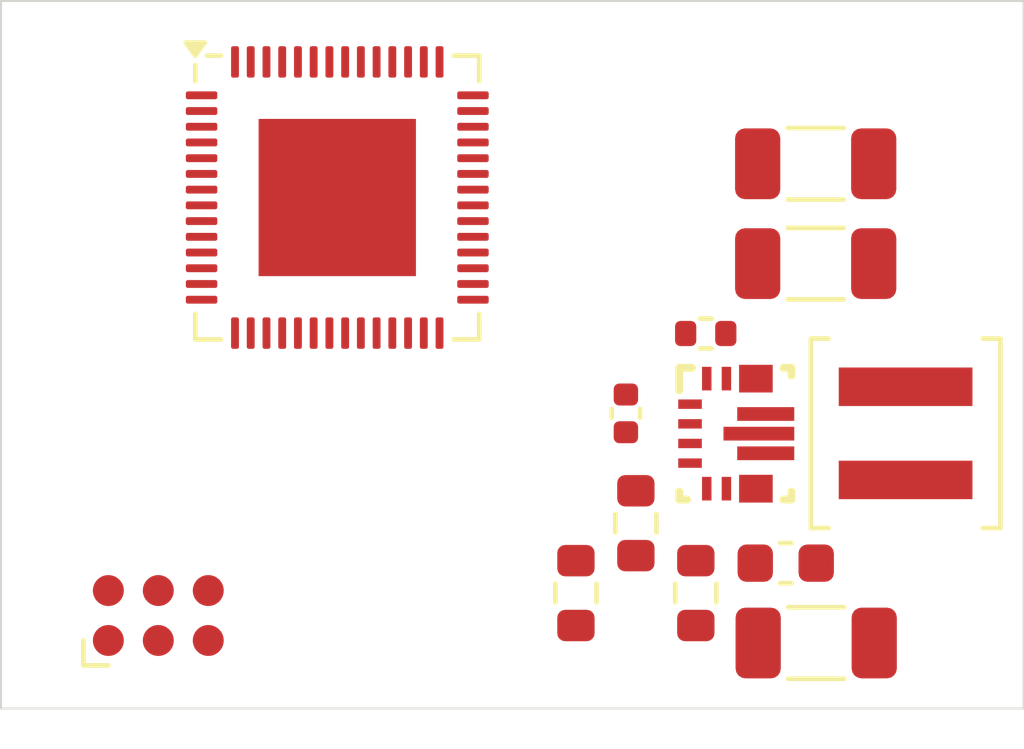
<source format=kicad_pcb>
(kicad_pcb (version 20240108) (generator "pcbnew") (generator_version "8.0")
  (layers (0 "F.Cu" signal) (31 "B.Cu" signal) (34 "B.Paste" user) (35 "F.Paste" user) (36 "B.SilkS" user "B.Silkscreen") (37 "F.SilkS" user "F.Silkscreen") (38 "B.Mask" user) (39 "F.Mask" user) (44 "Edge.Cuts" user))
  (net 0 "")
  (net 1 "VBUS")
  (net 2 "GND")
  (net 3 "Net-(U2-VAUX)")
  (net 4 "+3V3")
  (net 11 "Net-(U2-L1)")
  (net 12 "Net-(U2-L2)")
  (net 13 "Net-(U2-EN)")
  (net 14 "Net-(U2-FB)")
  (net 15 "Net-(U2-PG)")
  (net 24 "Net-(U1-VDDA-Pad55)")
  (net 63 "Net-(U1-VDD3P3-Pad2)")
  (footprint "Resistor_SMD:R_0603_1608Metric" (layer "F.Cu") (at 200.142 55.286 90)
    (property "Reference" "R3" (hide yes))
    (property "Value" "150K")
    (fp_line (start -0.237258 -0.5225) (end 0.237258 -0.5225) (stroke (width 0.12)) (layer "F.SilkS"))
    (fp_line (start -0.237258 0.5225) (end 0.237258 0.5225) (stroke (width 0.12)) (layer "F.SilkS"))
    (pad "1" smd roundrect (at -0.825 0 90) (size 0.8 0.95) (layers "F.Cu" "F.Paste" "F.Mask") (net 14 "Net-(U2-FB)"))
    (pad "2" smd roundrect (at 0.825 0 90) (size 0.8 0.95) (layers "F.Cu" "F.Paste" "F.Mask") (net 2 "GND"))
  )
  (footprint "Resistor_SMD:R_0603_1608Metric" (layer "F.Cu") (at 198.618 57.064 90)
    (property "Reference" "R4" (hide yes))
    (property "Value" "100K")
    (fp_line (start -0.237258 -0.5225) (end 0.237258 -0.5225) (stroke (width 0.12)) (layer "F.SilkS"))
    (fp_line (start -0.237258 0.5225) (end 0.237258 0.5225) (stroke (width 0.12)) (layer "F.SilkS"))
    (pad "1" smd roundrect (at -0.825 0 90) (size 0.8 0.95) (layers "F.Cu" "F.Paste" "F.Mask") (net 4 "+3V3"))
    (pad "2" smd roundrect (at 0.825 0 90) (size 0.8 0.95) (layers "F.Cu" "F.Paste" "F.Mask") (net 15 "Net-(U2-PG)"))
  )
  (footprint "Capacitor_SMD:C_1206_3216Metric" (layer "F.Cu") (at 204.714 46.142)
    (property "Reference" "C2" (hide yes))
    (property "Value" "22uF")
    (fp_line (start -0.711252 -0.91) (end 0.711252 -0.91) (stroke (width 0.12)) (layer "F.SilkS"))
    (fp_line (start -0.711252 0.91) (end 0.711252 0.91) (stroke (width 0.12)) (layer "F.SilkS"))
    (pad "1" smd roundrect (at -1.475 0) (size 1.15 1.8) (layers "F.Cu" "F.Paste" "F.Mask") (roundrect_rratio 0.217391) (net 1 "VBUS"))
    (pad "2" smd roundrect (at 1.475 0) (size 1.15 1.8) (layers "F.Cu" "F.Paste" "F.Mask") (roundrect_rratio 0.217391) (net 2 "GND"))
  )
  (footprint "TI:RNM0015A" (layer "F.Cu") (at 202.669 53.008001)
    (property "Reference" "U2" (hide yes))
    (property "Value" "TPS63070RNMR")
    (fp_line (start -1.425001 -1.675) (end -1.1 -1.675) (stroke (width 0.2)) (layer "F.SilkS"))
    (fp_line (start -1.425001 -1.1) (end -1.425001 -1.675) (stroke (width 0.2)) (layer "F.SilkS"))
    (fp_line (start -1.425001 1.675) (end -1.425001 1.474998) (stroke (width 0.2)) (layer "F.SilkS"))
    (fp_line (start -1.425001 1.675) (end -1.224999 1.675) (stroke (width 0.2)) (layer "F.SilkS"))
    (fp_line (start 1.224999 -1.675) (end 1.425001 -1.675) (stroke (width 0.2)) (layer "F.SilkS"))
    (fp_line (start 1.224999 1.675) (end 1.425001 1.675) (stroke (width 0.2)) (layer "F.SilkS"))
    (fp_line (start 1.425001 -1.474998) (end 1.425001 -1.675) (stroke (width 0.2)) (layer "F.SilkS"))
    (fp_line (start 1.425001 1.675) (end 1.425001 1.474998) (stroke (width 0.2)) (layer "F.SilkS"))
    (pad "1" smd rect (at -1.15 -0.750001 90) (size 0.24 0.599999) (layers "F.Cu" "F.Paste" "F.Mask") (net 1 "VBUS"))
    (pad "2" smd rect (at -1.15 -0.250002 90) (size 0.24 0.599999) (layers "F.Cu" "F.Paste" "F.Mask") (net 15 "Net-(U2-PG)"))
    (pad "3" smd rect (at -1.15 0.25 90) (size 0.24 0.599999) (layers "F.Cu" "F.Paste" "F.Mask") (net 3 "Net-(U2-VAUX)"))
    (pad "4" smd rect (at -1.15 0.749998 90) (size 0.24 0.599999) (layers "F.Cu" "F.Paste" "F.Mask") (net 2 "GND"))
    (pad "5" smd rect (at -0.725 1.4) (size 0.24 0.599999) (layers "F.Cu" "F.Paste" "F.Mask") (net 14 "Net-(U2-FB)"))
    (pad "6" smd rect (at -0.225001 1.4) (size 0.24 0.599999) (layers "F.Cu" "F.Paste" "F.Mask") (net 2 "GND"))
    (pad "7" smd rect (at 0.525 1.4 90) (size 0.700001 0.850001) (layers "F.Cu" "F.Paste" "F.Mask") (net 4 "+3V3"))
    (pad "8" smd rect (at 0.525 1.4 90) (size 0.700001 0.850001) (layers "F.Cu" "F.Paste" "F.Mask") (net 4 "+3V3"))
    (pad "9" smd rect (at 0.775 0.499999 90) (size 0.349999 1.45) (layers "F.Cu" "F.Mask") (net 12 "Net-(U2-L2)"))
    (pad "10" smd rect (at 0.599999 0 90) (size 0.349999 1.799999) (layers "F.Cu" "F.Mask") (net 2 "GND"))
    (pad "11" smd rect (at 0.775 -0.499999 90) (size 0.349999 1.45) (layers "F.Cu" "F.Mask") (net 11 "Net-(U2-L1)"))
    (pad "12" smd rect (at 0.525 -1.4 90) (size 0.700001 0.850001) (layers "F.Cu" "F.Paste" "F.Mask") (net 1 "VBUS"))
    (pad "13" smd rect (at 0.525 -1.4 90) (size 0.700001 0.850001) (layers "F.Cu" "F.Paste" "F.Mask") (net 1 "VBUS"))
    (pad "14" smd rect (at -0.225001 -1.4) (size 0.24 0.599999) (layers "F.Cu" "F.Paste" "F.Mask") (net 13 "Net-(U2-EN)"))
    (pad "15" smd rect (at -0.725 -1.4) (size 0.24 0.599999) (layers "F.Cu" "F.Paste" "F.Mask") (net 2 "GND"))
  )
  (footprint "Capacitor_SMD:C_0402_1005Metric" (layer "F.Cu") (at 199.888 52.492 90)
    (property "Reference" "C3" (hide yes))
    (property "Value" "100nF")
    (fp_line (start -0.107836 -0.36) (end 0.107836 -0.36) (stroke (width 0.12)) (layer "F.SilkS"))
    (fp_line (start -0.107836 0.36) (end 0.107836 0.36) (stroke (width 0.12)) (layer "F.SilkS"))
    (pad "1" smd roundrect (at -0.48 0 90) (size 0.56 0.62) (layers "F.Cu" "F.Paste" "F.Mask") (net 3 "Net-(U2-VAUX)"))
    (pad "2" smd roundrect (at 0.48 0 90) (size 0.56 0.62) (layers "F.Cu" "F.Paste" "F.Mask") (net 2 "GND"))
  )
  (footprint "Resistor_SMD:R_0402_1005Metric" (layer "F.Cu") (at 201.918 50.46)
    (property "Reference" "R1" (hide yes))
    (property "Value" "10K")
    (fp_line (start -0.153641 -0.38) (end 0.153641 -0.38) (stroke (width 0.12)) (layer "F.SilkS"))
    (fp_line (start -0.153641 0.38) (end 0.153641 0.38) (stroke (width 0.12)) (layer "F.SilkS"))
    (pad "1" smd roundrect (at -0.51 0) (size 0.54 0.64) (layers "F.Cu" "F.Paste" "F.Mask") (net 1 "VBUS"))
    (pad "2" smd roundrect (at 0.51 0) (size 0.54 0.64) (layers "F.Cu" "F.Paste" "F.Mask") (net 13 "Net-(U2-EN)"))
  )
  (footprint "Capacitor_SMD:C_1206_3216Metric" (layer "F.Cu") (at 204.727 58.334)
    (property "Reference" "C5" (hide yes))
    (property "Value" "47uF")
    (fp_line (start -0.711252 -0.91) (end 0.711252 -0.91) (stroke (width 0.12)) (layer "F.SilkS"))
    (fp_line (start -0.711252 0.91) (end 0.711252 0.91) (stroke (width 0.12)) (layer "F.SilkS"))
    (pad "1" smd roundrect (at -1.475 0) (size 1.15 1.8) (layers "F.Cu" "F.Paste" "F.Mask") (roundrect_rratio 0.217391) (net 4 "+3V3"))
    (pad "2" smd roundrect (at 1.475 0) (size 1.15 1.8) (layers "F.Cu" "F.Paste" "F.Mask") (roundrect_rratio 0.217391) (net 2 "GND"))
  )
  (footprint "Resistor_SMD:R_0603_1608Metric" (layer "F.Cu") (at 201.666 57.064 90)
    (property "Reference" "R2" (hide yes))
    (property "Value" "470K")
    (fp_line (start -0.237258 -0.5225) (end 0.237258 -0.5225) (stroke (width 0.12)) (layer "F.SilkS"))
    (fp_line (start -0.237258 0.5225) (end 0.237258 0.5225) (stroke (width 0.12)) (layer "F.SilkS"))
    (pad "1" smd roundrect (at -0.825 0 90) (size 0.8 0.95) (layers "F.Cu" "F.Paste" "F.Mask") (net 4 "+3V3"))
    (pad "2" smd roundrect (at 0.825 0 90) (size 0.8 0.95) (layers "F.Cu" "F.Paste" "F.Mask") (net 14 "Net-(U2-FB)"))
  )
  (footprint "Capacitor_SMD:C_1206_3216Metric" (layer "F.Cu") (at 204.714 48.682)
    (property "Reference" "C1" (hide yes))
    (property "Value" "22uF")
    (fp_line (start -0.711252 -0.91) (end 0.711252 -0.91) (stroke (width 0.12)) (layer "F.SilkS"))
    (fp_line (start -0.711252 0.91) (end 0.711252 0.91) (stroke (width 0.12)) (layer "F.SilkS"))
    (pad "1" smd roundrect (at -1.475 0) (size 1.15 1.8) (layers "F.Cu" "F.Paste" "F.Mask") (roundrect_rratio 0.217391) (net 1 "VBUS"))
    (pad "2" smd roundrect (at 1.475 0) (size 1.15 1.8) (layers "F.Cu" "F.Paste" "F.Mask") (roundrect_rratio 0.217391) (net 2 "GND"))
  )
  (footprint "Package_DFN_QFN:QFN-56-1EP_7x7mm_P0.4mm_EP4x4mm" (layer "F.Cu") (at 192.55 47)
    (property "Reference" "U1" (hide yes))
    (property "Value" "ESP32-S3")
    (fp_line (start -3.61 -2.96) (end -3.61 -3.37) (stroke (width 0.12)) (layer "F.SilkS"))
    (fp_line (start -3.61 3.61) (end -3.61 2.96) (stroke (width 0.12)) (layer "F.SilkS"))
    (fp_line (start -2.96 -3.61) (end -3.31 -3.61) (stroke (width 0.12)) (layer "F.SilkS"))
    (fp_line (start -2.96 3.61) (end -3.61 3.61) (stroke (width 0.12)) (layer "F.SilkS"))
    (fp_line (start 2.96 -3.61) (end 3.61 -3.61) (stroke (width 0.12)) (layer "F.SilkS"))
    (fp_line (start 2.96 3.61) (end 3.61 3.61) (stroke (width 0.12)) (layer "F.SilkS"))
    (fp_line (start 3.61 -3.61) (end 3.61 -2.96) (stroke (width 0.12)) (layer "F.SilkS"))
    (fp_line (start 3.61 3.61) (end 3.61 2.96) (stroke (width 0.12)) (layer "F.SilkS"))
    (fp_poly (pts (xy -3.61 -3.61) (xy -3.85 -3.94) (xy -3.37 -3.94) (xy -3.61 -3.61)) (stroke (width 0.12)) (fill solid) (layer "F.SilkS"))
    (pad "1" smd roundrect (at -3.45 -2.6) (size 0.8 0.2) (layers "F.Cu" "F.Paste" "F.Mask"))
    (pad "2" smd roundrect (at -3.45 -2.2) (size 0.8 0.2) (layers "F.Cu" "F.Paste" "F.Mask") (net 63 "Net-(U1-VDD3P3-Pad2)"))
    (pad "3" smd roundrect (at -3.45 -1.8) (size 0.8 0.2) (layers "F.Cu" "F.Paste" "F.Mask") (net 63 "Net-(U1-VDD3P3-Pad2)"))
    (pad "4" smd roundrect (at -3.45 -1.4) (size 0.8 0.2) (layers "F.Cu" "F.Paste" "F.Mask"))
    (pad "5" smd roundrect (at -3.45 -1) (size 0.8 0.2) (layers "F.Cu" "F.Paste" "F.Mask"))
    (pad "6" smd roundrect (at -3.45 -0.6) (size 0.8 0.2) (layers "F.Cu" "F.Paste" "F.Mask"))
    (pad "7" smd roundrect (at -3.45 -0.2) (size 0.8 0.2) (layers "F.Cu" "F.Paste" "F.Mask"))
    (pad "8" smd roundrect (at -3.45 0.2) (size 0.8 0.2) (layers "F.Cu" "F.Paste" "F.Mask"))
    (pad "9" smd roundrect (at -3.45 0.6) (size 0.8 0.2) (layers "F.Cu" "F.Paste" "F.Mask"))
    (pad "10" smd roundrect (at -3.45 1) (size 0.8 0.2) (layers "F.Cu" "F.Paste" "F.Mask"))
    (pad "11" smd roundrect (at -3.45 1.4) (size 0.8 0.2) (layers "F.Cu" "F.Paste" "F.Mask"))
    (pad "12" smd roundrect (at -3.45 1.8) (size 0.8 0.2) (layers "F.Cu" "F.Paste" "F.Mask"))
    (pad "13" smd roundrect (at -3.45 2.2) (size 0.8 0.2) (layers "F.Cu" "F.Paste" "F.Mask"))
    (pad "14" smd roundrect (at -3.45 2.6) (size 0.8 0.2) (layers "F.Cu" "F.Paste" "F.Mask"))
    (pad "15" smd roundrect (at -2.6 3.45) (size 0.2 0.8) (layers "F.Cu" "F.Paste" "F.Mask"))
    (pad "16" smd roundrect (at -2.2 3.45) (size 0.2 0.8) (layers "F.Cu" "F.Paste" "F.Mask"))
    (pad "17" smd roundrect (at -1.8 3.45) (size 0.2 0.8) (layers "F.Cu" "F.Paste" "F.Mask"))
    (pad "18" smd roundrect (at -1.4 3.45) (size 0.2 0.8) (layers "F.Cu" "F.Paste" "F.Mask"))
    (pad "19" smd roundrect (at -1 3.45) (size 0.2 0.8) (layers "F.Cu" "F.Paste" "F.Mask"))
    (pad "20" smd roundrect (at -0.6 3.45) (size 0.2 0.8) (layers "F.Cu" "F.Paste" "F.Mask"))
    (pad "21" smd roundrect (at -0.2 3.45) (size 0.2 0.8) (layers "F.Cu" "F.Paste" "F.Mask"))
    (pad "22" smd roundrect (at 0.2 3.45) (size 0.2 0.8) (layers "F.Cu" "F.Paste" "F.Mask"))
    (pad "23" smd roundrect (at 0.6 3.45) (size 0.2 0.8) (layers "F.Cu" "F.Paste" "F.Mask"))
    (pad "24" smd roundrect (at 1 3.45) (size 0.2 0.8) (layers "F.Cu" "F.Paste" "F.Mask"))
    (pad "25" smd roundrect (at 1.4 3.45) (size 0.2 0.8) (layers "F.Cu" "F.Paste" "F.Mask"))
    (pad "26" smd roundrect (at 1.8 3.45) (size 0.2 0.8) (layers "F.Cu" "F.Paste" "F.Mask"))
    (pad "27" smd roundrect (at 2.2 3.45) (size 0.2 0.8) (layers "F.Cu" "F.Paste" "F.Mask"))
    (pad "28" smd roundrect (at 2.6 3.45) (size 0.2 0.8) (layers "F.Cu" "F.Paste" "F.Mask"))
    (pad "29" smd roundrect (at 3.45 2.6) (size 0.8 0.2) (layers "F.Cu" "F.Paste" "F.Mask"))
    (pad "30" smd roundrect (at 3.45 2.2) (size 0.8 0.2) (layers "F.Cu" "F.Paste" "F.Mask"))
    (pad "31" smd roundrect (at 3.45 1.8) (size 0.8 0.2) (layers "F.Cu" "F.Paste" "F.Mask"))
    (pad "32" smd roundrect (at 3.45 1.4) (size 0.8 0.2) (layers "F.Cu" "F.Paste" "F.Mask"))
    (pad "33" smd roundrect (at 3.45 1) (size 0.8 0.2) (layers "F.Cu" "F.Paste" "F.Mask"))
    (pad "34" smd roundrect (at 3.45 0.6) (size 0.8 0.2) (layers "F.Cu" "F.Paste" "F.Mask"))
    (pad "35" smd roundrect (at 3.45 0.2) (size 0.8 0.2) (layers "F.Cu" "F.Paste" "F.Mask"))
    (pad "36" smd roundrect (at 3.45 -0.2) (size 0.8 0.2) (layers "F.Cu" "F.Paste" "F.Mask"))
    (pad "37" smd roundrect (at 3.45 -0.6) (size 0.8 0.2) (layers "F.Cu" "F.Paste" "F.Mask"))
    (pad "38" smd roundrect (at 3.45 -1) (size 0.8 0.2) (layers "F.Cu" "F.Paste" "F.Mask"))
    (pad "39" smd roundrect (at 3.45 -1.4) (size 0.8 0.2) (layers "F.Cu" "F.Paste" "F.Mask"))
    (pad "40" smd roundrect (at 3.45 -1.8) (size 0.8 0.2) (layers "F.Cu" "F.Paste" "F.Mask"))
    (pad "41" smd roundrect (at 3.45 -2.2) (size 0.8 0.2) (layers "F.Cu" "F.Paste" "F.Mask"))
    (pad "42" smd roundrect (at 3.45 -2.6) (size 0.8 0.2) (layers "F.Cu" "F.Paste" "F.Mask"))
    (pad "43" smd roundrect (at 2.6 -3.45) (size 0.2 0.8) (layers "F.Cu" "F.Paste" "F.Mask"))
    (pad "44" smd roundrect (at 2.2 -3.45) (size 0.2 0.8) (layers "F.Cu" "F.Paste" "F.Mask"))
    (pad "45" smd roundrect (at 1.8 -3.45) (size 0.2 0.8) (layers "F.Cu" "F.Paste" "F.Mask"))
    (pad "46" smd roundrect (at 1.4 -3.45) (size 0.2 0.8) (layers "F.Cu" "F.Paste" "F.Mask"))
    (pad "47" smd roundrect (at 1 -3.45) (size 0.2 0.8) (layers "F.Cu" "F.Paste" "F.Mask"))
    (pad "48" smd roundrect (at 0.6 -3.45) (size 0.2 0.8) (layers "F.Cu" "F.Paste" "F.Mask"))
    (pad "49" smd roundrect (at 0.2 -3.45) (size 0.2 0.8) (layers "F.Cu" "F.Paste" "F.Mask"))
    (pad "50" smd roundrect (at -0.2 -3.45) (size 0.2 0.8) (layers "F.Cu" "F.Paste" "F.Mask"))
    (pad "51" smd roundrect (at -0.6 -3.45) (size 0.2 0.8) (layers "F.Cu" "F.Paste" "F.Mask"))
    (pad "52" smd roundrect (at -1 -3.45) (size 0.2 0.8) (layers "F.Cu" "F.Paste" "F.Mask"))
    (pad "53" smd roundrect (at -1.4 -3.45) (size 0.2 0.8) (layers "F.Cu" "F.Paste" "F.Mask"))
    (pad "54" smd roundrect (at -1.8 -3.45) (size 0.2 0.8) (layers "F.Cu" "F.Paste" "F.Mask"))
    (pad "55" smd roundrect (at -2.2 -3.45) (size 0.2 0.8) (layers "F.Cu" "F.Paste" "F.Mask") (net 24 "Net-(U1-VDDA-Pad55)"))
    (pad "56" smd roundrect (at -2.6 -3.45) (size 0.2 0.8) (layers "F.Cu" "F.Paste" "F.Mask") (net 24 "Net-(U1-VDDA-Pad55)"))
    (pad "57" smd rect (at 0 0) (size 4 4) (property pad_prop_heatsink) (layers "F.Cu" "F.Mask"))
  )
  (footprint "Capacitor_SMD:C_0603_1608Metric" (layer "F.Cu") (at 203.952 56.302)
    (property "Reference" "C4" (hide yes))
    (property "Value" "10uF")
    (fp_line (start -0.14058 -0.51) (end 0.14058 -0.51) (stroke (width 0.12)) (layer "F.SilkS"))
    (fp_line (start -0.14058 0.51) (end 0.14058 0.51) (stroke (width 0.12)) (layer "F.SilkS"))
    (pad "1" smd roundrect (at -0.775 0) (size 0.9 0.95) (layers "F.Cu" "F.Paste" "F.Mask") (net 4 "+3V3"))
    (pad "2" smd roundrect (at 0.775 0) (size 0.9 0.95) (layers "F.Cu" "F.Paste" "F.Mask") (net 2 "GND"))
  )
  (footprint "Connector:Tag-Connect_TC2030-IDC-NL_2x03_P1.27mm_Vertical" (layer "F.Cu") (at 188 57.635)
    (property "Reference" "J1" (hide yes))
    (property "Value" "TC2030")
    (fp_line (start -1.905 1.27) (end -1.905 0.635) (stroke (width 0.12)) (layer "F.SilkS"))
    (fp_line (start -1.27 1.27) (end -1.905 1.27) (stroke (width 0.12)) (layer "F.SilkS"))
    (pad "" np_thru_hole circle (at -2.54 0) (size 0.9906 0.9906) (drill 0.9906) (layers "*.Cu" "*.Mask"))
    (pad "" np_thru_hole circle (at 2.54 -1.016) (size 0.9906 0.9906) (drill 0.9906) (layers "*.Cu" "*.Mask"))
    (pad "" np_thru_hole circle (at 2.54 1.016) (size 0.9906 0.9906) (drill 0.9906) (layers "*.Cu" "*.Mask"))
    (pad "1" connect circle (at -1.27 0.635) (size 0.7874 0.7874) (layers "F.Cu" "F.Mask"))
    (pad "2" connect circle (at -1.27 -0.635) (size 0.7874 0.7874) (layers "F.Cu" "F.Mask"))
    (pad "3" connect circle (at 0 0.635) (size 0.7874 0.7874) (layers "F.Cu" "F.Mask"))
    (pad "4" connect circle (at 0 -0.635) (size 0.7874 0.7874) (layers "F.Cu" "F.Mask"))
    (pad "5" connect circle (at 1.27 0.635) (size 0.7874 0.7874) (layers "F.Cu" "F.Mask"))
    (pad "6" connect circle (at 1.27 -0.635) (size 0.7874 0.7874) (layers "F.Cu" "F.Mask"))
  )
  (footprint "Inductor_SMD:L_Coilcraft_XAL4020-XXX" (layer "F.Cu") (at 207 53 -90)
    (property "Reference" "L1" (hide yes))
    (property "Value" "1.5uH")
    (fp_line (start -2.41 2.41) (end 2.41 2.41) (stroke (width 0.12)) (layer "F.SilkS"))
    (fp_line (start -2.41 2.41) (end -2.41 1.96) (stroke (width 0.12)) (layer "F.SilkS"))
    (fp_line (start 2.41 2.41) (end 2.41 1.96) (stroke (width 0.12)) (layer "F.SilkS"))
    (fp_line (start -2.41 -2.41) (end -2.41 -1.96) (stroke (width 0.12)) (layer "F.SilkS"))
    (fp_line (start -2.41 -2.41) (end 2.41 -2.41) (stroke (width 0.12)) (layer "F.SilkS"))
    (fp_line (start 2.41 -2.41) (end 2.41 -1.96) (stroke (width 0.12)) (layer "F.SilkS"))
    (pad "1" smd rect (at -1.185 0 270) (size 0.98 3.4) (layers "F.Cu" "F.Paste" "F.Mask") (net 11 "Net-(U2-L1)"))
    (pad "2" smd rect (at 1.185 0 270) (size 0.98 3.4) (layers "F.Cu" "F.Paste" "F.Mask") (net 12 "Net-(U2-L2)"))
  )
  (gr_rect (start 184 42) (end 210 60) (stroke (width 0.05)) (fill none) (layer "Edge.Cuts"))
)
</source>
